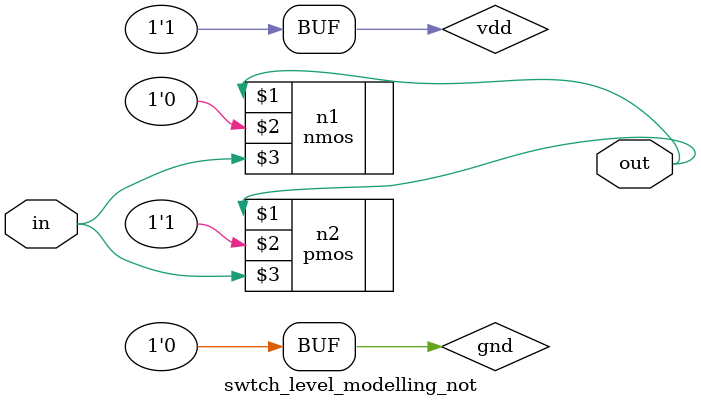
<source format=v>
`timescale 1ns / 1ps
module swtch_level_modelling_not(out,in);
input in;
output out;
supply0 gnd;
supply1 vdd;

nmos n1(out,gnd,in);
pmos n2(out,vdd,in);

endmodule

</source>
